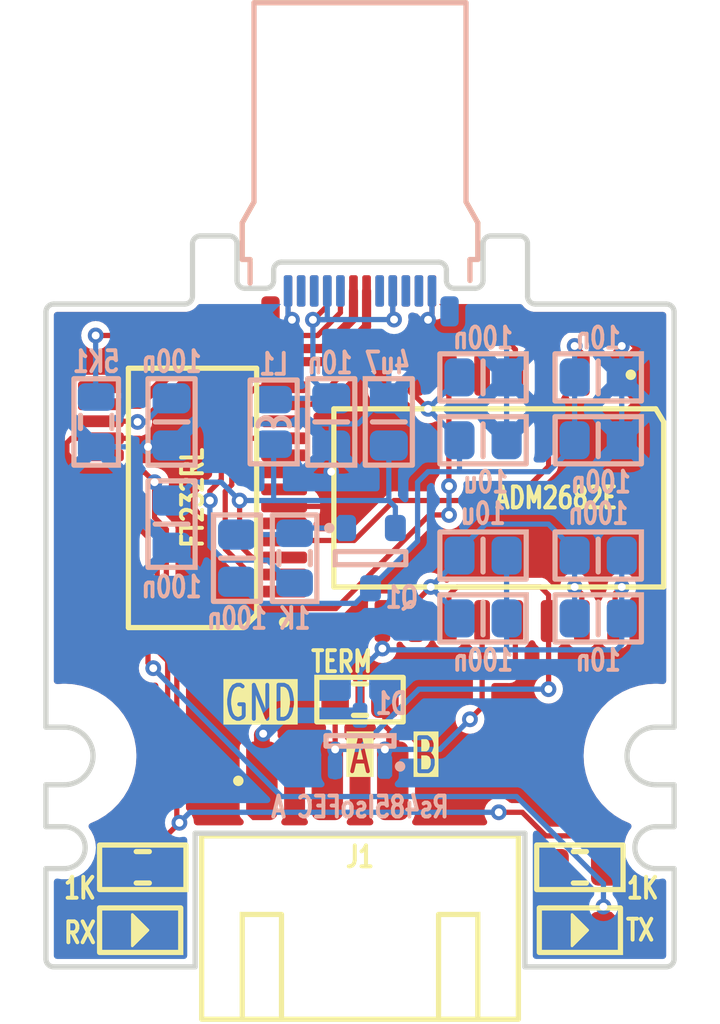
<source format=kicad_pcb>
(kicad_pcb (version 20221018) (generator pcbnew)
  (layers (0 "F.Cu" signal) (31 "B.Cu" jumper) (34 "B.Paste" user) (35 "F.Paste" user) (36 "B.SilkS" user "B.Silkscreen") (37 "F.SilkS" user "F.Silkscreen") (38 "B.Mask" user) (39 "F.Mask" user) (44 "Edge.Cuts" user))
  (net 0 "")
  (net 1 "A_CC")
  (net 2 "TXD")
  (net 3 "5V")
  (net 4 "RXD")
  (net 5 "USB_DP")
  (net 6 "USB_DM")
  (net 7 "GND")
  (net 8 "USB_Vin")
  (net 9 "3V3")
  (net 10 "LED_TXD")
  (net 11 "LED_TXD'")
  (net 12 "LED_RXD'")
  (net 13 "LED_RXD")
  (net 14 "5V_SW")
  (net 15 "PWREN#'")
  (net 16 "PWREN#")
  (net 17 "TXDEN")
  (net 18 "RTS_CTS")
  (net 19 "ISO_GND")
  (net 20 "ISO_V+")
  (net 21 "ISO_A")
  (net 22 "ISO_B")
  (footprint "Medo64:R (0805)" (layer "F.Cu") (at 40.4 44.1 180)
    (fp_text reference "R3" hide)
    (fp_text value "1K" (at -2.4 -0.8) (layer "F.SilkS") (effects (font (size 0.8 0.6))))
    (pad "1" smd roundrect (at -0.95 0 180) (size 1.05 1.4) (layers "F.Cu" "F.Paste" "F.Mask") (net 3 "5V"))
    (pad "2" smd roundrect (at 0.95 0 180) (size 1.05 1.4) (layers "F.Cu" "F.Paste" "F.Mask") (net 11 "LED_TXD'"))
  )
  (footprint "Medo64:P USB C 3.2 Edge (24w)" (layer "F.Cu") (at 32 22)
    (fp_text reference "P1" hide)
    (fp_text value "105444-0001" hide)
    (pad "A1" smd roundrect locked (at -2.75 0.1) (size 0.33 1.2) (layers "F.Cu" "F.Paste" "F.Mask") (chamfer_ratio 0.2) (chamfer top_left bottom_left) (net 7 "GND"))
    (pad "A2" smd roundrect locked (at -2.25 0.1) (size 0.33 1.2) (layers "F.Cu" "F.Paste" "F.Mask"))
    (pad "A3" smd roundrect locked (at -1.75 0.1) (size 0.33 1.2) (layers "F.Cu" "F.Paste" "F.Mask"))
    (pad "A4" smd roundrect locked (at -1.25 0.1) (size 0.33 1.2) (layers "F.Cu" "F.Paste" "F.Mask") (net 8 "USB_Vin"))
    (pad "A5" smd roundrect locked (at -0.75 0.1) (size 0.33 1.2) (layers "F.Cu" "F.Paste" "F.Mask") (net 1 "A_CC"))
    (pad "A6" smd roundrect locked (at -0.25 0.1) (size 0.33 1.2) (layers "F.Cu" "F.Paste" "F.Mask") (net 5 "USB_DP"))
    (pad "A7" smd roundrect locked (at 0.25 0.1) (size 0.33 1.2) (layers "F.Cu" "F.Paste" "F.Mask") (net 6 "USB_DM"))
    (pad "A8" smd roundrect locked (at 0.75 0.1) (size 0.33 1.2) (layers "F.Cu" "F.Paste" "F.Mask"))
    (pad "A9" smd roundrect locked (at 1.25 0.1) (size 0.33 1.2) (layers "F.Cu" "F.Paste" "F.Mask") (net 8 "USB_Vin"))
    (pad "A10" smd roundrect locked (at 1.75 0.1) (size 0.33 1.2) (layers "F.Cu" "F.Paste" "F.Mask"))
    (pad "A11" smd roundrect locked (at 2.25 0.1) (size 0.33 1.2) (layers "F.Cu" "F.Paste" "F.Mask"))
    (pad "A12" smd roundrect locked (at 2.75 0.1) (size 0.33 1.2) (layers "F.Cu" "F.Paste" "F.Mask") (net 7 "GND"))
    (pad "B01" smd roundrect locked (at 2.75 0.1) (size 0.33 1.2) (layers "B.Cu" "B.Paste" "B.Mask") (chamfer_ratio 0.2) (chamfer top_right bottom_right) (net 7 "GND"))
    (pad "B02" smd roundrect locked (at 2.25 0.1) (size 0.33 1.2) (layers "B.Cu" "B.Paste" "B.Mask"))
    (pad "B03" smd roundrect locked (at 1.75 0.1) (size 0.33 1.2) (layers "B.Cu" "B.Paste" "B.Mask"))
    (pad "B04" smd roundrect locked (at 1.25 0.1) (size 0.33 1.2) (layers "B.Cu" "B.Paste" "B.Mask") (net 8 "USB_Vin"))
    (pad "B05" smd roundrect locked (at 0.75 0.1) (size 0.33 1.2) (layers "B.Cu" "B.Paste" "B.Mask"))
    (pad "B08" smd roundrect locked (at -0.75 0.1) (size 0.33 1.2) (layers "B.Cu" "B.Paste" "B.Mask"))
    (pad "B09" smd roundrect locked (at -1.25 0.1) (size 0.33 1.2) (layers "B.Cu" "B.Paste" "B.Mask") (net 8 "USB_Vin"))
    (pad "B10" smd roundrect locked (at -1.75 0.1) (size 0.33 1.2) (layers "B.Cu" "B.Paste" "B.Mask"))
    (pad "B11" smd roundrect locked (at -2.25 0.1) (size 0.33 1.2) (layers "B.Cu" "B.Paste" "B.Mask"))
    (pad "B12" smd roundrect locked (at -2.75 0.1) (size 0.33 1.2) (layers "B.Cu" "B.Paste" "B.Mask") (net 7 "GND"))
    (pad "S" smd roundrect locked (at -3.42 0.88) (size 0.7 1.15) (layers "F.Cu" "F.Paste" "F.Mask"))
    (pad "S" smd roundrect locked (at 3.42 0.88) (size 0.7 1.15) (layers "B.Cu" "B.Paste" "B.Mask"))
  )
  (footprint "Medo64:DS (0805)" (layer "F.Cu") (at 40.4 46.5 180)
    (fp_text reference "DS2" hide)
    (fp_text value "TX" (at -2.3 0) (layer "F.SilkS") (effects (font (size 0.8 0.6) (thickness 0.15) bold)))
    (pad "1" smd roundrect (at -0.9 0 180) (size 1 1.4) (layers "F.Cu" "F.Paste" "F.Mask") (chamfer_ratio 0.2) (chamfer top_left bottom_left) (net 10 "LED_TXD"))
    (pad "2" smd roundrect (at 0.9 0 180) (size 1 1.4) (layers "F.Cu" "F.Paste" "F.Mask") (net 11 "LED_TXD'"))
  )
  (footprint "Medo64:J JST XH Edge [RS485] (4w)" (layer "F.Cu") (at 32 40.8)
    (fp_text reference "J1" (at 0 2.9) (layer "F.SilkS") (effects (font (size 0.8 0.6) (thickness 0.15) bold)))
    (fp_text value "B4B-XH-A")
    (pad "1" smd roundrect (at -3.75 0) (size 1.2 3) (layers "F.Cu" "F.Paste" "F.Mask") (chamfer_ratio 0.2) (chamfer top_left bottom_left) (net 19 "ISO_GND"))
    (pad "2" smd roundrect (at -1.25 0) (size 1.2 3) (layers "F.Cu" "F.Paste" "F.Mask") (net 21 "ISO_A"))
    (pad "3" smd roundrect (at 1.25 0) (size 1.2 3) (layers "F.Cu" "F.Paste" "F.Mask") (net 22 "ISO_B"))
  )
  (footprint "Medo64:U Transciever UART FT232RL (SSOP-28)" (layer "F.Cu") (at 25.6 30 180)
    (fp_text reference "U1" hide)
    (fp_text value "FT232RL" (at 0 0 90) (layer "F.SilkS") (effects (font (size 0.8 0.6))))
    (pad "1" smd roundrect (at -3.5 -4.225 180) (size 1.75 0.45) (layers "F.Cu" "F.Paste" "F.Mask") (chamfer_ratio 0.2) (chamfer top_left top_right) (net 2 "TXD"))
    (pad "2" smd roundrect (at -3.5 -3.575 180) (size 1.75 0.45) (layers "F.Cu" "F.Paste" "F.Mask"))
    (pad "3" smd roundrect (at -3.5 -2.925 180) (size 1.75 0.45) (layers "F.Cu" "F.Paste" "F.Mask") (net 18 "RTS_CTS"))
    (pad "4" smd roundrect (at -3.5 -2.275 180) (size 1.75 0.45) (layers "F.Cu" "F.Paste" "F.Mask") (net 3 "5V"))
    (pad "5" smd roundrect (at -3.5 -1.625 180) (size 1.75 0.45) (layers "F.Cu" "F.Paste" "F.Mask") (net 4 "RXD"))
    (pad "6" smd roundrect (at -3.5 -0.975 180) (size 1.75 0.45) (layers "F.Cu" "F.Paste" "F.Mask"))
    (pad "7" smd roundrect (at -3.5 -0.325 180) (size 1.75 0.45) (layers "F.Cu" "F.Paste" "F.Mask") (net 7 "GND"))
    (pad "8" smd roundrect (at -3.5 0.325 180) (size 1.75 0.45) (layers "F.Cu" "F.Paste" "F.Mask"))
    (pad "9" smd roundrect (at -3.5 0.975 180) (size 1.75 0.45) (layers "F.Cu" "F.Paste" "F.Mask"))
    (pad "10" smd roundrect (at -3.5 1.625 180) (size 1.75 0.45) (layers "F.Cu" "F.Paste" "F.Mask"))
    (pad "11" smd roundrect (at -3.5 2.275 180) (size 1.75 0.45) (layers "F.Cu" "F.Paste" "F.Mask") (net 18 "RTS_CTS"))
    (pad "12" smd roundrect (at -3.5 2.925 180) (size 1.75 0.45) (layers "F.Cu" "F.Paste" "F.Mask"))
    (pad "13" smd roundrect (at -3.5 3.575 180) (size 1.75 0.45) (layers "F.Cu" "F.Paste" "F.Mask") (net 17 "TXDEN"))
    (pad "14" smd roundrect (at -3.5 4.225 180) (size 1.75 0.45) (layers "F.Cu" "F.Paste" "F.Mask") (net 16 "PWREN#"))
    (pad "15" smd roundrect (at 3.5 4.225 180) (size 1.75 0.45) (layers "F.Cu" "F.Paste" "F.Mask") (net 5 "USB_DP"))
    (pad "16" smd roundrect (at 3.5 3.575 180) (size 1.75 0.45) (layers "F.Cu" "F.Paste" "F.Mask") (net 6 "USB_DM"))
    (pad "17" smd roundrect (at 3.5 2.925 180) (size 1.75 0.45) (layers "F.Cu" "F.Paste" "F.Mask") (net 9 "3V3"))
    (pad "18" smd roundrect (at 3.5 2.275 180) (size 1.75 0.45) (layers "F.Cu" "F.Paste" "F.Mask") (net 7 "GND"))
    (pad "19" smd roundrect (at 3.5 1.625 180) (size 1.75 0.45) (layers "F.Cu" "F.Paste" "F.Mask"))
    (pad "20" smd roundrect (at 3.5 0.975 180) (size 1.75 0.45) (layers "F.Cu" "F.Paste" "F.Mask") (net 3 "5V"))
    (pad "21" smd roundrect (at 3.5 0.325 180) (size 1.75 0.45) (layers "F.Cu" "F.Paste" "F.Mask") (net 7 "GND"))
    (pad "22" smd roundrect (at 3.5 -0.325 180) (size 1.75 0.45) (layers "F.Cu" "F.Paste" "F.Mask") (net 13 "LED_RXD"))
    (pad "23" smd roundrect (at 3.5 -0.975 180) (size 1.75 0.45) (layers "F.Cu" "F.Paste" "F.Mask") (net 10 "LED_TXD"))
    (pad "24" smd roundrect (at 3.5 -1.625 180) (size 1.75 0.45) (layers "F.Cu" "F.Paste" "F.Mask"))
    (pad "25" smd roundrect (at 3.5 -2.275 180) (size 1.75 0.45) (layers "F.Cu" "F.Paste" "F.Mask") (net 7 "GND"))
    (pad "26" smd roundrect (at 3.5 -2.925 180) (size 1.75 0.45) (layers "F.Cu" "F.Paste" "F.Mask") (net 7 "GND"))
    (pad "27" smd roundrect (at 3.5 -3.575 180) (size 1.75 0.45) (layers "F.Cu" "F.Paste" "F.Mask"))
    (pad "28" smd roundrect (at 3.5 -4.225 180) (size 1.75 0.45) (layers "F.Cu" "F.Paste" "F.Mask"))
  )
  (footprint "Medo64:R (0805)" (layer "F.Cu") (at 32 37.7)
    (fp_text reference "R1" hide)
    (fp_text value "TERM" (at -0.7 -1.45) (layer "F.SilkS") (effects (font (size 0.8 0.6))))
    (pad "1" smd roundrect (at -0.95 0) (size 1.05 1.4) (layers "F.Cu" "F.Paste" "F.Mask") (net 21 "ISO_A"))
    (pad "2" smd roundrect (at 0.95 0) (size 1.05 1.4) (layers "F.Cu" "F.Paste" "F.Mask") (net 22 "ISO_B"))
  )
  (footprint "Medo64:U Transciever RS485 Isolated ADM2682E (SOIC-16)" (layer "F.Cu") (at 37.3 30 -90)
    (fp_text reference "U2" hide)
    (fp_text value "ADM2682E" (at 0 -2.2) (layer "F.SilkS") (effects (font (size 0.8 0.6))))
    (pad "1" smd roundrect (at -4.7 -4.445 270) (size 1.6 0.6) (layers "F.Cu" "F.Paste" "F.Mask") (chamfer_ratio 0.2) (chamfer top_left top_right) (net 7 "GND"))
    (pad "2" smd roundrect (at -4.7 -3.175 270) (size 1.6 0.6) (layers "F.Cu" "F.Paste" "F.Mask") (net 14 "5V_SW"))
    (pad "3" smd roundrect (at -4.7 -1.905 270) (size 1.6 0.6) (layers "F.Cu" "F.Paste" "F.Mask") (net 4 "RXD"))
    (pad "4" smd roundrect (at -4.7 -0.635 270) (size 1.6 0.6) (layers "F.Cu" "F.Paste" "F.Mask") (net 17 "TXDEN"))
    (pad "5" smd roundrect (at -4.7 0.635 270) (size 1.6 0.6) (layers "F.Cu" "F.Paste" "F.Mask") (net 17 "TXDEN"))
    (pad "6" smd roundrect (at -4.7 1.905 270) (size 1.6 0.6) (layers "F.Cu" "F.Paste" "F.Mask") (net 2 "TXD"))
    (pad "7" smd roundrect (at -4.7 3.175 270) (size 1.6 0.6) (layers "F.Cu" "F.Paste" "F.Mask") (net 14 "5V_SW"))
    (pad "8" smd roundrect (at -4.7 4.445 270) (size 1.6 0.6) (layers "F.Cu" "F.Paste" "F.Mask"))
    (pad "9" smd roundrect (at 4.7 4.445 270) (size 1.6 0.6) (layers "F.Cu" "F.Paste" "F.Mask") (net 19 "ISO_GND"))
    (pad "10" smd roundrect (at 4.7 3.175 270) (size 1.6 0.6) (layers "F.Cu" "F.Paste" "F.Mask") (net 20 "ISO_V+"))
    (pad "11" smd roundrect (at 4.7 1.905 270) (size 1.6 0.6) (layers "F.Cu" "F.Paste" "F.Mask") (net 21 "ISO_A"))
    (pad "12" smd roundrect (at 4.7 0.635 270) (size 1.6 0.6) (layers "F.Cu" "F.Paste" "F.Mask") (net 22 "ISO_B"))
    (pad "13" smd roundrect (at 4.7 -0.635 270) (size 1.6 0.6) (layers "F.Cu" "F.Paste" "F.Mask") (net 22 "ISO_B"))
    (pad "14" smd roundrect (at 4.7 -1.905 270) (size 1.6 0.6) (layers "F.Cu" "F.Paste" "F.Mask") (net 21 "ISO_A"))
    (pad "15" smd roundrect (at 4.7 -3.175 270) (size 1.6 0.6) (layers "F.Cu" "F.Paste" "F.Mask") (net 20 "ISO_V+"))
    (pad "16" smd roundrect (at 4.7 -4.445 270) (size 1.6 0.6) (layers "F.Cu" "F.Paste" "F.Mask") (net 19 "ISO_GND"))
  )
  (footprint "Medo64:DS (0805)" (layer "F.Cu") (at 23.6 46.5 180)
    (fp_text reference "DS1" hide)
    (fp_text value "RX" (at 2.3 -0.1) (layer "F.SilkS") (effects (font (size 0.8 0.6) (thickness 0.15) bold)))
    (pad "1" smd roundrect (at -0.9 0 180) (size 1 1.4) (layers "F.Cu" "F.Paste" "F.Mask") (chamfer_ratio 0.2) (chamfer top_left bottom_left) (net 13 "LED_RXD"))
    (pad "2" smd roundrect (at 0.9 0 180) (size 1 1.4) (layers "F.Cu" "F.Paste" "F.Mask") (net 12 "LED_RXD'"))
  )
  (footprint "Medo64:R (0805)" (layer "F.Cu") (at 23.7 44.1 180)
    (fp_text reference "R2" hide)
    (fp_text value "1K" (at 2.4 -0.8) (layer "F.SilkS") (effects (font (size 0.8 0.6))))
    (pad "1" smd roundrect (at -0.95 0 180) (size 1.05 1.4) (layers "F.Cu" "F.Paste" "F.Mask") (net 3 "5V"))
    (pad "2" smd roundrect (at 0.95 0 180) (size 1.05 1.4) (layers "F.Cu" "F.Paste" "F.Mask") (net 12 "LED_RXD'"))
  )
  (footprint "Medo64:C (0805)" (layer "B.Cu") (at 36.7 27.8 180)
    (fp_text reference "C12" hide)
    (fp_text value "10u" (at -0.1 -1.6 180) (layer "B.SilkS") (effects (font (size 0.8 0.6) (thickness 0.15) bold) (justify mirror)))
    (pad "1" smd roundrect (at -0.9 0 180) (size 1.15 1.45) (layers "B.Cu" "B.Paste" "B.Mask") (net 7 "GND"))
    (pad "2" smd roundrect (at 0.9 0 180) (size 1.15 1.45) (layers "B.Cu" "B.Paste" "B.Mask") (net 14 "5V_SW"))
  )
  (footprint "Medo64:L (0805)" (layer "B.Cu") (at 28.7 27.1 90)
    (fp_text reference "L1" (at 2.2 0) (layer "B.SilkS") (effects (font (size 0.8 0.6)) (justify mirror)))
    (fp_text value "600R" hide)
    (pad "1" smd roundrect (at -0.85 0 90) (size 1.05 1.4) (layers "B.Cu" "B.Paste" "B.Mask") (net 3 "5V"))
    (pad "2" smd roundrect (at 0.85 0 90) (size 1.05 1.4) (layers "B.Cu" "B.Paste" "B.Mask") (net 8 "USB_Vin"))
  )
  (footprint "Medo64:C (0805)" (layer "B.Cu") (at 41.1 27.8 180)
    (fp_text reference "C7" hide)
    (fp_text value "100n" (at -0.1 -1.6 180) (layer "B.SilkS") (effects (font (size 0.8 0.6) (thickness 0.15) bold) (justify mirror)))
    (pad "1" smd roundrect (at -0.9 0 180) (size 1.15 1.45) (layers "B.Cu" "B.Paste" "B.Mask") (net 7 "GND"))
    (pad "2" smd roundrect (at 0.9 0 180) (size 1.15 1.45) (layers "B.Cu" "B.Paste" "B.Mask") (net 14 "5V_SW"))
  )
  (footprint "Medo64:C (0805)" (layer "B.Cu") (at 41.1 25.4 180)
    (fp_text reference "C2" hide)
    (fp_text value "10n" (at 0 1.5 180) (layer "B.SilkS") (effects (font (size 0.8 0.6) (thickness 0.15) bold) (justify mirror)))
    (pad "1" smd roundrect (at -0.9 0 180) (size 1.15 1.45) (layers "B.Cu" "B.Paste" "B.Mask") (net 7 "GND"))
    (pad "2" smd roundrect (at 0.9 0 180) (size 1.15 1.45) (layers "B.Cu" "B.Paste" "B.Mask") (net 14 "5V_SW"))
  )
  (footprint "Medo64:C (0805)" (layer "B.Cu") (at 36.7 32.2 180)
    (fp_text reference "C13" hide)
    (fp_text value "10u" (at 0 1.6 180) (layer "B.SilkS") (effects (font (size 0.8 0.6) (thickness 0.15) bold) (justify mirror)))
    (pad "1" smd roundrect (at -0.9 0 180) (size 1.15 1.45) (layers "B.Cu" "B.Paste" "B.Mask") (net 19 "ISO_GND"))
    (pad "2" smd roundrect (at 0.9 0 180) (size 1.15 1.45) (layers "B.Cu" "B.Paste" "B.Mask") (net 20 "ISO_V+"))
  )
  (footprint "Medo64:D TVS SM05T1G (SOT23-3)" (layer "B.Cu") (at 32 39.275 180)
    (fp_text reference "D1" (at -1.2 1.425) (layer "B.SilkS") (effects (font (size 0.8 0.6)) (justify mirror)))
    (fp_text value "SM12T1G" hide)
    (pad "1" smd roundrect (at -0.95 -0.975 180) (size 0.56 0.95) (layers "B.Cu" "B.Paste" "B.Mask") (chamfer_ratio 0.2) (chamfer top_left bottom_left) (net 22 "ISO_B"))
    (pad "2" smd roundrect (at 0.95 -0.975 180) (size 0.56 0.95) (layers "B.Cu" "B.Paste" "B.Mask") (net 21 "ISO_A"))
    (pad "3" smd roundrect (at 0 0.975 180) (size 0.56 0.95) (layers "B.Cu" "B.Paste" "B.Mask") (net 19 "ISO_GND"))
  )
  (footprint "Medo64:C (0805)" (layer "B.Cu") (at 30.9 27.1 90)
    (fp_text reference "C1" hide)
    (fp_text value "10n" (at 2.25 -0.05) (layer "B.SilkS") (effects (font (size 0.8 0.6) (thickness 0.15) bold) (justify mirror)))
    (pad "1" smd roundrect (at -0.9 0 90) (size 1.15 1.45) (layers "B.Cu" "B.Paste" "B.Mask") (net 7 "GND"))
    (pad "2" smd roundrect (at 0.9 0 90) (size 1.15 1.45) (layers "B.Cu" "B.Paste" "B.Mask") (net 8 "USB_Vin"))
  )
  (footprint "Medo64:R (0805)" (layer "B.Cu") (at 29.5 32.3 90)
    (fp_text reference "R4" hide)
    (fp_text value "1K" (at -2.3 0) (layer "B.SilkS") (effects (font (size 0.8 0.6)) (justify mirror)))
    (pad "1" smd roundrect (at -0.95 0 90) (size 1.05 1.4) (layers "B.Cu" "B.Paste" "B.Mask") (net 16 "PWREN#"))
    (pad "2" smd roundrect (at 0.95 0 90) (size 1.05 1.4) (layers "B.Cu" "B.Paste" "B.Mask") (net 15 "PWREN#'"))
  )
  (footprint "Medo64:C (0805)" (layer "B.Cu") (at 24.8 27.1 90)
    (fp_text reference "C5" hide)
    (fp_text value "100n" (at 2.3 0) (layer "B.SilkS") (effects (font (size 0.8 0.6) (thickness 0.15) bold) (justify mirror)))
    (pad "1" smd roundrect (at -0.9 0 90) (size 1.15 1.45) (layers "B.Cu" "B.Paste" "B.Mask") (net 7 "GND"))
    (pad "2" smd roundrect (at 0.9 0 90) (size 1.15 1.45) (layers "B.Cu" "B.Paste" "B.Mask") (net 9 "3V3"))
  )
  (footprint "Medo64:C (0805)" (layer "B.Cu") (at 24.8 31 90)
    (fp_text reference "C4" hide)
    (fp_text value "100n" (at -2.4 0 180) (layer "B.SilkS") (effects (font (size 0.8 0.6) (thickness 0.15) bold) (justify mirror)))
    (pad "1" smd roundrect (at -0.9 0 90) (size 1.15 1.45) (layers "B.Cu" "B.Paste" "B.Mask") (net 7 "GND"))
    (pad "2" smd roundrect (at 0.9 0 90) (size 1.15 1.45) (layers "B.Cu" "B.Paste" "B.Mask") (net 3 "5V"))
  )
  (footprint "Medo64:C (0805)" (layer "B.Cu") (at 36.7 25.4 180)
    (fp_text reference "C9" hide)
    (fp_text value "100n" (at 0 1.5 180) (layer "B.SilkS") (effects (font (size 0.8 0.6) (thickness 0.15) bold) (justify mirror)))
    (pad "1" smd roundrect (at -0.9 0 180) (size 1.15 1.45) (layers "B.Cu" "B.Paste" "B.Mask") (net 7 "GND"))
    (pad "2" smd roundrect (at 0.9 0 180) (size 1.15 1.45) (layers "B.Cu" "B.Paste" "B.Mask") (net 14 "5V_SW"))
  )
  (footprint "Medo64:R (0805)" (layer "B.Cu") (at 21.92 27.1 90)
    (fp_text reference "R5" hide)
    (fp_text value "5K1" (at 2.3 0) (layer "B.SilkS") (effects (font (size 0.8 0.6)) (justify mirror)))
    (pad "1" smd roundrect (at -0.95 0 90) (size 1.05 1.4) (layers "B.Cu" "B.Paste" "B.Mask") (net 7 "GND"))
    (pad "2" smd roundrect (at 0.95 0 90) (size 1.05 1.4) (layers "B.Cu" "B.Paste" "B.Mask") (net 1 "A_CC"))
  )
  (footprint "Medo64:Q MOSFET-P (SOT23-3)" (layer "B.Cu") (at 32.4 32.3)
    (fp_text reference "Q1" (at 1.2 1.5) (layer "B.SilkS") (effects (font (size 0.8 0.6)) (justify mirror)))
    (fp_text value "DMP3099L-13" hide)
    (pad "1" smd roundrect (at -0.95 -1.15) (size 0.8 1) (layers "B.Cu" "B.Paste" "B.Mask") (chamfer_ratio 0.2) (chamfer top_left bottom_left) (net 15 "PWREN#'"))
    (pad "2" smd roundrect (at 0.95 -1.15) (size 0.8 1) (layers "B.Cu" "B.Paste" "B.Mask") (net 3 "5V"))
    (pad "3" smd roundrect (at 0 1.15) (size 0.8 1) (layers "B.Cu" "B.Paste" "B.Mask") (net 14 "5V_SW"))
  )
  (footprint "Medo64:C (0805)" (layer "B.Cu") (at 41.1 34.6 180)
    (fp_text reference "C3" hide)
    (fp_text value "10n" (at 0 -1.6 180) (layer "B.SilkS") (effects (font (size 0.8 0.6) (thickness 0.15) bold) (justify mirror)))
    (pad "1" smd roundrect (at -0.9 0 180) (size 1.15 1.45) (layers "B.Cu" "B.Paste" "B.Mask") (net 19 "ISO_GND"))
    (pad "2" smd roundrect (at 0.9 0 180) (size 1.15 1.45) (layers "B.Cu" "B.Paste" "B.Mask") (net 20 "ISO_V+"))
  )
  (footprint "Medo64:C (0805)" (layer "B.Cu") (at 36.7 34.6 180)
    (fp_text reference "C10" hide)
    (fp_text value "100n" (at 0 -1.6 180) (layer "B.SilkS") (effects (font (size 0.8 0.6) (thickness 0.15) bold) (justify mirror)))
    (pad "1" smd roundrect (at -0.9 0 180) (size 1.15 1.45) (layers "B.Cu" "B.Paste" "B.Mask") (net 19 "ISO_GND"))
    (pad "2" smd roundrect (at 0.9 0 180) (size 1.15 1.45) (layers "B.Cu" "B.Paste" "B.Mask") (net 20 "ISO_V+"))
  )
  (footprint "Medo64:C (0805)" (layer "B.Cu") (at 33.1 27.1 -90)
    (fp_text reference "C11" hide)
    (fp_text value "4u7" (at -2.25 0.05) (layer "B.SilkS") (effects (font (size 0.8 0.6) (thickness 0.15) bold) (justify mirror)))
    (pad "1" smd roundrect (at -0.9 0 270) (size 1.15 1.45) (layers "B.Cu" "B.Paste" "B.Mask") (net 7 "GND"))
    (pad "2" smd roundrect (at 0.9 0 270) (size 1.15 1.45) (layers "B.Cu" "B.Paste" "B.Mask") (net 3 "5V"))
  )
  (footprint "Medo64:C (0805)" (layer "B.Cu") (at 41.1 32.2 180)
    (fp_text reference "C8" hide)
    (fp_text value "100n" (at 0 1.6 180) (layer "B.SilkS") (effects (font (size 0.8 0.6) (thickness 0.15) bold) (justify mirror)))
    (pad "1" smd roundrect (at -0.9 0 180) (size 1.15 1.45) (layers "B.Cu" "B.Paste" "B.Mask") (net 19 "ISO_GND"))
    (pad "2" smd roundrect (at 0.9 0 180) (size 1.15 1.45) (layers "B.Cu" "B.Paste" "B.Mask") (net 20 "ISO_V+"))
  )
  (footprint "Medo64:C (0805)" (layer "B.Cu") (at 27.3 32.3 -90)
    (fp_text reference "C6" hide)
    (fp_text value "100n" (at 2.3 0) (layer "B.SilkS") (effects (font (size 0.8 0.6) (thickness 0.15) bold) (justify mirror)))
    (pad "1" smd roundrect (at -0.9 0 270) (size 1.15 1.45) (layers "B.Cu" "B.Paste" "B.Mask") (net 15 "PWREN#'"))
    (pad "2" smd roundrect (at 0.9 0 270) (size 1.15 1.45) (layers "B.Cu" "B.Paste" "B.Mask") (net 14 "5V_SW"))
  )
  (gr_line locked (start 38.4 20.3) (end 38.4 22.3) (stroke (width 0.2)) (layer "Edge.Cuts"))
  (gr_arc locked (start 25.6 22.3) (mid 25.512132 22.512132) (end 25.3 22.6) (stroke (width 0.2)) (layer "Edge.Cuts"))
  (gr_arc locked (start 43.3 40.95) (mid 42.2 39.85) (end 43.3 38.75) (stroke (width 0.2)) (layer "Edge.Cuts"))
  (gr_line locked (start 38.3 47.9) (end 43.7 47.9) (stroke (width 0.2)) (layer "Edge.Cuts"))
  (gr_line locked (start 20.7 40.95) (end 20 40.95) (stroke (width 0.2)) (layer "Edge.Cuts"))
  (gr_line locked (start 43.3 40.95) (end 44 40.95) (stroke (width 0.2)) (layer "Edge.Cuts"))
  (gr_line locked (start 44 44.15) (end 43.3 44.15) (stroke (width 0.2)) (layer "Edge.Cuts"))
  (gr_arc locked (start 35 21) (mid 35.212132 21.087868) (end 35.3 21.3) (stroke (width 0.2)) (layer "Edge.Cuts"))
  (gr_arc locked (start 28.7 21.3) (mid 28.787868 21.087868) (end 29 21) (stroke (width 0.2)) (layer "Edge.Cuts"))
  (gr_line locked (start 38.1 20) (end 37 20) (stroke (width 0.2)) (layer "Edge.Cuts"))
  (gr_arc locked (start 28.7 21.7) (mid 28.612132 21.912132) (end 28.4 22) (stroke (width 0.2)) (layer "Edge.Cuts"))
  (gr_arc locked (start 27 20) (mid 27.212132 20.087868) (end 27.3 20.3) (stroke (width 0.2)) (layer "Edge.Cuts"))
  (gr_arc locked (start 43.7 22.6) (mid 43.912132 22.687868) (end 44 22.9) (stroke (width 0.2)) (layer "Edge.Cuts"))
  (gr_line locked (start 20 44.15) (end 20 47.6) (stroke (width 0.2)) (layer "Edge.Cuts"))
  (gr_line locked (start 20 38.75) (end 20.7 38.75) (stroke (width 0.2)) (layer "Edge.Cuts"))
  (gr_line locked (start 44 42.55) (end 43.3 42.55) (stroke (width 0.2)) (layer "Edge.Cuts"))
  (gr_arc locked (start 38.7 22.6) (mid 38.487868 22.512132) (end 38.4 22.3) (stroke (width 0.2)) (layer "Edge.Cuts"))
  (gr_line locked (start 44 42.55) (end 44 40.95) (stroke (width 0.2)) (layer "Edge.Cuts"))
  (gr_line locked (start 28.4 22) (end 27.6 22) (stroke (width 0.2)) (layer "Edge.Cuts"))
  (gr_line locked (start 43.7 22.6) (end 38.7 22.6) (stroke (width 0.2)) (layer "Edge.Cuts"))
  (gr_line locked (start 20.3 22.6) (end 25.3 22.6) (stroke (width 0.2)) (layer "Edge.Cuts"))
  (gr_arc locked (start 38.1 20) (mid 38.312132 20.087868) (end 38.4 20.3) (stroke (width 0.2)) (layer "Edge.Cuts"))
  (gr_arc locked (start 35.6 22) (mid 35.387868 21.912132) (end 35.3 21.7) (stroke (width 0.2)) (layer "Edge.Cuts"))
  (gr_line locked (start 35.3 21.7) (end 35.3 21.3) (stroke (width 0.2)) (layer "Edge.Cuts"))
  (gr_line locked (start 27.3 20.3) (end 27.3 21.7) (stroke (width 0.2)) (layer "Edge.Cuts"))
  (gr_arc locked (start 20 22.9) (mid 20.087868 22.687868) (end 20.3 22.6) (stroke (width 0.2)) (layer "Edge.Cuts"))
  (gr_arc locked (start 36.7 20.3) (mid 36.787868 20.087868) (end 37 20) (stroke (width 0.2)) (layer "Edge.Cuts"))
  (gr_arc locked (start 20.7 42.55) (mid 21.5 43.35) (end 20.7 44.15) (stroke (width 0.2)) (layer "Edge.Cuts"))
  (gr_arc locked (start 27.6 22) (mid 27.387868 21.912132) (end 27.3 21.7) (stroke (width 0.2)) (layer "Edge.Cuts"))
  (gr_line locked (start 36.7 20.3) (end 36.7 21.7) (stroke (width 0.2)) (layer "Edge.Cuts"))
  (gr_arc locked (start 44 47.6) (mid 43.912132 47.812132) (end 43.7 47.9) (stroke (width 0.2)) (layer "Edge.Cuts"))
  (gr_line locked (start 36.4 22) (end 35.6 22) (stroke (width 0.2)) (layer "Edge.Cuts"))
  (gr_line locked (start 44 22.9) (end 44 38.75) (stroke (width 0.2)) (layer "Edge.Cuts"))
  (gr_line locked (start 43.3 38.75) (end 44 38.75) (stroke (width 0.2)) (layer "Edge.Cuts"))
  (gr_line locked (start 28.7 21.7) (end 28.7 21.3) (stroke (width 0.2)) (layer "Edge.Cuts"))
  (gr_arc locked (start 20.7 38.75) (mid 21.8 39.85) (end 20.7 40.95) (stroke (width 0.2)) (layer "Edge.Cuts"))
  (gr_arc locked (start 43.3 44.15) (mid 42.5 43.35) (end 43.3 42.55) (stroke (width 0.2)) (layer "Edge.Cuts"))
  (gr_line locked (start 25.9 20) (end 27 20) (stroke (width 0.2)) (layer "Edge.Cuts"))
  (gr_line locked (start 25.6 20.3) (end 25.6 22.3) (stroke (width 0.2)) (layer "Edge.Cuts"))
  (gr_line locked (start 44 44.15) (end 44 47.6) (stroke (width 0.2)) (layer "Edge.Cuts"))
  (gr_line locked (start 20 22.9) (end 20 38.75) (stroke (width 0.2)) (layer "Edge.Cuts"))
  (gr_line locked (start 20.7 44.15) (end 20 44.15) (stroke (width 0.2)) (layer "Edge.Cuts"))
  (gr_line locked (start 38.3 42.8) (end 25.7 42.8) (stroke (width 0.2)) (layer "Edge.Cuts"))
  (gr_arc locked (start 25.6 20.3) (mid 25.687868 20.087868) (end 25.9 20) (stroke (width 0.2)) (layer "Edge.Cuts"))
  (gr_arc locked (start 36.7 21.7) (mid 36.612132 21.912132) (end 36.4 22) (stroke (width 0.2)) (layer "Edge.Cuts"))
  (gr_line locked (start 29 21) (end 35 21) (stroke (width 0.2)) (layer "Edge.Cuts"))
  (gr_line locked (start 25.7 47.9) (end 25.7 42.8) (stroke (width 0.2)) (layer "Edge.Cuts"))
  (gr_line locked (start 20.7 42.55) (end 20 42.55) (stroke (width 0.2)) (layer "Edge.Cuts"))
  (gr_line locked (start 20 42.55) (end 20 40.95) (stroke (width 0.2)) (layer "Edge.Cuts"))
  (gr_line locked (start 20.3 47.9) (end 25.7 47.9) (stroke (width 0.2)) (layer "Edge.Cuts"))
  (gr_line locked (start 38.3 47.9) (end 38.3 42.8) (stroke (width 0.2)) (layer "Edge.Cuts"))
  (gr_arc locked (start 20.3 47.9) (mid 20.087868 47.812132) (end 20 47.6) (stroke (width 0.2)) (layer "Edge.Cuts"))
  (gr_text "Rs485IsoFEC A" (at 32 41.8) (layer "B.SilkS") (effects (font (size 0.8 0.6) (thickness 0.15) bold) (justify mirror)))
  (gr_text "GND" (at 28.2 38.6) (layer "F.SilkS" knockout) (effects (font (size 1.3 0.9) (thickness 0.15) bold) (justify bottom)))
  (gr_text "B" (at 34.5 40.6) (layer "F.SilkS" knockout) (effects (font (size 1.3 0.9) (thickness 0.15) bold) (justify bottom)))
  (gr_text "A" (at 32 40.6) (layer "F.SilkS" knockout) (effects (font (size 1.3 0.9) (thickness 0.15) bold) (justify bottom)))
  (segment (start 31.25 22.927808) (end 30.377808 23.8) (width 0.2) (layer "F.Cu") (net 1))
  (segment (start 31.25 22.1) (end 31.25 22.927808) (width 0.2) (layer "F.Cu") (net 1))
  (segment (start 30.377808 23.8) (end 21.9 23.8) (width 0.2) (layer "F.Cu") (net 1))
  (via (at 21.9 23.8) (size 0.6) (drill 0.3) (layers "F.Cu" "B.Cu") (net 1))
  (segment (start 21.9 23.8) (end 21.9 26.13) (width 0.2) (layer "B.Cu") (net 1))
  (segment (start 29.1 34.225) (end 31.075 34.225) (width 0.2) (layer "F.Cu") (net 2))
  (segment (start 31.075 34.225) (end 34.65 30.65) (width 0.2) (layer "F.Cu") (net 2))
  (segment (start 35.395 29.545) (end 35.4 29.55) (width 0.2) (layer "F.Cu") (net 2))
  (segment (start 34.65 30.65) (end 35.4 30.65) (width 0.2) (layer "F.Cu") (net 2))
  (segment (start 35.395 25.3) (end 35.395 29.545) (width 0.2) (layer "F.Cu") (net 2))
  (via (at 35.4 29.55) (size 0.6) (drill 0.3) (layers "F.Cu" "B.Cu") (net 2))
  (via (at 35.4 30.65) (size 0.6) (drill 0.3) (layers "F.Cu" "B.Cu") (net 2))
  (segment (start 35.4 29.55) (end 35.4 30.65) (width 0.2) (layer "B.Cu") (net 2))
  (segment (start 27.875 32.275) (end 27.4 31.8) (width 0.2) (layer "F.Cu") (net 3))
  (segment (start 29.1 32.275) (end 27.875 32.275) (width 0.2) (layer "F.Cu") (net 3))
  (segment (start 39.1 42.9) (end 38.2 42) (width 0.2) (layer "F.Cu") (net 3))
  (segment (start 40.4 42.9) (end 39.1 42.9) (width 0.2) (layer "F.Cu") (net 3))
  (segment (start 24.65 42.849294) (end 24.65 44.1) (width 0.2) (layer "F.Cu") (net 3))
  (segment (start 23.775 29.025) (end 24.15 29.4) (width 0.2) (layer "F.Cu") (net 3))
  (segment (start 25 36) (end 25 42.3) (width 0.2) (layer "F.Cu") (net 3))
  (segment (start 24.6 31.2) (end 24.6 35.6) (width 0.2) (layer "F.Cu") (net 3))
  (segment (start 25 42.3) (end 25.099647 42.399647) (width 0.2) (layer "F.Cu") (net 3))
  (segment (start 27.4 31.8) (end 27.4 30.1) (width 0.2) (layer "F.Cu") (net 3))
  (segment (start 24.6 35.6) (end 25 36) (width 0.2) (layer "F.Cu") (net 3))
  (segment (start 25.099647 42.399647) (end 24.65 42.849294) (width 0.2) (layer "F.Cu") (net 3))
  (segment (start 24.15 29.4) (end 24.15 30.75) (width 0.2) (layer "F.Cu") (net 3))
  (segment (start 41.35 43.85) (end 40.4 42.9) (width 0.2) (layer "F.Cu") (net 3))
  (segment (start 38.2 42) (end 37.3 42) (width 0.2) (layer "F.Cu") (net 3))
  (segment (start 22.1 29.025) (end 23.775 29.025) (width 0.2) (layer "F.Cu") (net 3))
  (segment (start 24.15 30.75) (end 24.6 31.2) (width 0.2) (layer "F.Cu") (net 3))
  (via (at 37.3 42) (size 0.6) (drill 0.3) (layers "F.Cu" "B.Cu") (net 3))
  (via (at 27.4 30.1) (size 0.6) (drill 0.3) (layers "F.Cu" "B.Cu") (net 3))
  (via (at 24.15 29.4) (size 0.6) (drill 0.3) (layers "F.Cu" "B.Cu") (net 3))
  (via (at 25.099647 42.399647) (size 0.6) (drill 0.3) (layers "F.Cu" "B.Cu") (net 3))
  (segment (start 25.6 29.4) (end 24.9 30.1) (width 0.2) (layer "B.Cu") (net 3))
  (segment (start 33.1 28) (end 33.1 30.1) (width 0.2) (layer "B.Cu") (net 3))
  (segment (start 28.7 30.1) (end 27.4 30.1) (width 0.2) (layer "B.Cu") (net 3))
  (segment (start 24.8 30.1) (end 24.15 29.45) (width 0.2) (layer "B.Cu") (net 3))
  (segment (start 33.1 30.1) (end 28.7 30.1) (width 0.2) (layer "B.Cu") (net 3))
  (segment (start 27.4 30.1) (end 26.7 29.4) (width 0.2) (layer "B.Cu") (net 3))
  (segment (start 33.35 31.15) (end 33.35 30.35) (width 0.2) (layer "B.Cu") (net 3))
  (segment (start 28.7 29.1) (end 28.7 27.95) (width 0.2) (layer "B.Cu") (net 3))
  (segment (start 28.7 30.1) (end 28.7 29.1) (width 0.2) (layer "B.Cu") (net 3))
  (segment (start 24.15 29.45) (end 24.15 29.4) (width 0.2) (layer "B.Cu") (net 3))
  (segment (start 25.099647 42.399647) (end 25.499294 42) (width 0.2) (layer "B.Cu") (net 3))
  (segment (start 25.499294 42) (end 37.3 42) (width 0.2) (layer "B.Cu") (net 3))
  (segment (start 26.7 29.4) (end 25.6 29.4) (width 0.2) (layer "B.Cu") (net 3))
  (segment (start 33.35 30.35) (end 33.1 30.1) (width 0.2) (layer "B.Cu") (net 3))
  (segment (start 33.3 30.1) (end 37.9 30.1) (width 0.2) (layer "F.Cu") (net 4))
  (segment (start 29.1 31.625) (end 31.775 31.625) (width 0.2) (layer "F.Cu") (net 4))
  (segment (start 37.9 30.1) (end 39.205 28.795) (width 0.2) (layer "F.Cu") (net 4))
  (segment (start 39.205 28.795) (end 39.205 25.3) (width 0.2) (layer "F.Cu") (net 4))
  (segment (start 31.775 31.625) (end 33.3 30.1) (width 0.2) (layer "F.Cu") (net 4))
  (segment (start 22.1 25.775) (end 23.517894 25.775) (width 0.35) (layer "F.Cu") (net 5))
  (segment (start 31.75 23.15) (end 31.75 22.1) (width 0.35) (layer "F.Cu") (net 5))
  (segment (start 24.992893 24.3) (end 30.6 24.3) (width 0.35) (layer "F.Cu") (net 5))
  (segment (start 30.6 24.3) (end 31.75 23.15) (width 0.35) (layer "F.Cu") (net 5))
  (segment (start 23.517894 25.775) (end 24.992893 24.3) (width 0.35) (layer "F.Cu") (net 5))
  (segment (start 30.907107 24.8) (end 25.2 24.8) (width 0.35) (layer "F.Cu") (net 6))
  (segment (start 32.25 22.1) (end 32.25 23.457107) (width 0.35) (layer "F.Cu") (net 6))
  (segment (start 25.2 24.8) (end 23.575 26.425) (width 0.35) (layer "F.Cu") (net 6))
  (segment (start 32.25 23.457107) (end 30.907107 24.8) (width 0.35) (layer "F.Cu") (net 6))
  (segment (start 23.575 26.425) (end 22.1 26.425) (width 0.35) (layer "F.Cu") (net 6))
  (segment (start 29.1 30.325) (end 30.575 30.325) (width 0.2) (layer "F.Cu") (net 7))
  (segment (start 34.75 22.1) (end 34.75 23.05) (width 0.2) (layer "F.Cu") (net 7))
  (segment (start 41.745 25.3) (end 41.745 24.455) (width 0.2) (layer "F.Cu") (net 7))
  (segment (start 23.575 27.725) (end 23.9 28.05) (width 0.2) (layer "F.Cu") (net 7))
  (segment (start 20.8 29.7) (end 20.825 29.675) (width 0.2) (layer "F.Cu") (net 7))
  (segment (start 22.1 27.725) (end 23.575 27.725) (width 0.2) (layer "F.Cu") (net 7))
  (segment (start 30.9 30) (end 30.9 29) (width 0.2) (layer "F.Cu") (net 7))
  (segment (start 34.75 22.95697) (end 34.75 22.1) (width 0.2) (layer "F.Cu") (net 7))
  (segment (start 22.1 32.275) (end 20.8 32.275) (width 0.2) (layer "F.Cu") (net 7))
  (segment (start 20.8 27.9) (end 20.975 27.725) (width 0.2) (layer "F.Cu") (net 7))
  (segment (start 30.575 30.325) (end 30.9 30) (width 0.2) (layer "F.Cu") (net 7))
  (segment (start 22.1 32.925) (end 20.925 32.925) (width 0.2) (layer "F.Cu") (net 7))
  (segment (start 29.25 23.05) (end 29.4 23.2) (width 0.2) (layer "F.Cu") (net 7))
  (segment (start 20.975 27.725) (end 22.1 27.725) (width 0.2) (layer "F.Cu") (net 7))
  (segment (start 20.825 29.675) (end 22.1 29.675) (width 0.2) (layer "F.Cu") (net 7))
  (segment (start 20.8 29.7) (end 20.8 27.9) (width 0.2) (layer "F.Cu") (net 7))
  (segment (start 34.75 23.05) (end 34.6 23.2) (width 0.2) (layer "F.Cu") (net 7))
  (segment (start 29.25 22.1) (end 29.25 23.05) (width 0.2) (layer "F.Cu") (net 7))
  (segment (start 34.50697 23.2) (end 34.75 22.95697) (width 0.2) (layer "F.Cu") (net 7))
  (segment (start 20.8 32.275) (end 20.8 29.7) (width 0.2) (layer "F.Cu") (net 7))
  (segment (start 41.745 24.455) (end 42 24.2) (width 0.2) (layer "F.Cu") (net 7))
  (segment (start 20.8 32.8) (end 20.8 32.275) (width 0.2) (layer "F.Cu") (net 7))
  (segment (start 20.925 32.925) (end 20.8 32.8) (width 0.2) (layer "F.Cu") (net 7))
  (via (at 23.9 28.05) (size 0.6) (drill 0.3) (layers "F.Cu" "B.Cu") (net 7))
  (via (at 42 24.2) (size 0.6) (drill 0.3) (layers "F.Cu" "B.Cu") (net 7))
  (via (at 29.4 23.2) (size 0.6) (drill 0.3) (layers "F.Cu" "B.Cu") (net 7))
  (via (at 30.9 29) (size 0.6) (drill 0.3) (layers "F.Cu" "B.Cu") (net 7))
  (via (at 34.6 23.2) (size 0.6) (drill 0.3) (layers "F.Cu" "B.Cu") (net 7))
  (segment (start 34.3 24.4) (end 34.6 24.1) (width 0.2) (layer "B.Cu") (net 7))
  (segment (start 37.6 27.8) (end 37.6 25.4) (width 0.2) (layer "B.Cu") (net 7))
  (segment (start 30.9 27.175) (end 31.925 27.175) (width 0.2) (layer "B.Cu") (net 7))
  (segment (start 33.1 24.6) (end 33.3 24.4) (width 0.2) (layer "B.Cu") (net 7))
  (segment (start 42 24.2) (end 42 25.4) (width 0.2) (layer "B.Cu") (net 7))
  (segment (start 24.4 28.3) (end 24.15 28.05) (width 0.2) (layer "B.Cu") (net 7))
  (segment (start 42 24.2) (end 41.4 23.6) (width 0.2) (layer "B.Cu") (net 7))
  (segment (start 38.1 23.6) (end 37.6 24.1) (width 0.2) (layer "B.Cu") (net 7))
  (segment (start 34.75 22.1) (end 34.75 23.05) (width 0.2) (layer "B.Cu") (net 7))
  (segment (start 28.4 24.2) (end 25.9 24.2) (width 0.2) (layer "B.Cu") (net 7))
  (segment (start 29.4 23.2) (end 28.4 24.2) (width 0.2) (layer "B.Cu") (net 7))
  (segment (start 33.1 26.2) (end 33.1 24.6) (width 0.2) (layer "B.Cu") (net 7))
  (segment (start 23.6 28.05) (end 23.9 28.05) (width 0.2) (layer "B.Cu") (net 7))
  (segment (start 29.25 23.05) (end 29.25 22.1) (width 0.2) (layer "B.Cu") (net 7))
  (segment (start 42 27.8) (end 42 25.4) (width 0.2) (layer "B.Cu") (net 7))
  (segment (start 23.6 30.7) (end 23.6 28.05) (width 0.2) (layer "B.Cu") (net 7))
  (segment (start 37.6 24.1) (end 34.6 24.1) (width 0.2) (layer "B.Cu") (net 7))
  (segment (start 24.15 28.05) (end 23.9 28.05) (width 0.2) (layer "B.Cu") (net 7))
  (segment (start 37.6 25.4) (end 37.6 24.1) (width 0.2) (layer "B.Cu") (net 7))
  (segment (start 25.625 27.175) (end 27.3 27.175) (width 0.2) (layer "B.Cu") (net 7))
  (segment (start 24.8 31.9) (end 23.6 30.7) (width 0.2) (layer "B.Cu") (net 7))
  (segment (start 31.925 27.175) (end 32.9 26.2) (width 0.2) (layer "B.Cu") (net 7))
  (segment (start 30.9 27.175) (end 30.9 28) (width 0.2) (layer "B.Cu") (net 7))
  (segment (start 21.92 28.05) (end 24.75 28.05) (width 0.2) (layer "B.Cu") (net 7))
  (segment (start 29.4 23.2) (end 29.25 23.05) (width 0.2) (layer "B.Cu") (net 7))
  (segment (start 34.75 23.05) (end 34.6 23.2) (width 0.2) (layer "B.Cu") (net 7))
  (segment (start 27.3 27.175) (end 30.9 27.175) (width 0.2) (layer "B.Cu") (net 7))
  (segment (start 33.3 24.4) (end 34.3 24.4) (width 0.2) (layer "B.Cu") (net 7))
  (segment (start 34.6 24.1) (end 34.6 23.2) (width 0.2) (layer "B.Cu") (net 7))
  (segment (start 30.9 29) (end 30.9 28) (width 0.2) (layer "B.Cu") (net 7))
  (segment (start 24.8 28) (end 25.625 27.175) (width 0.2) (layer "B.Cu") (net 7))
  (segment (start 41.4 23.6) (end 38.1 23.6) (width 0.2) (layer "B.Cu") (net 7))
  (segment (start 33.25 22.1) (end 33.25 23.15) (width 0.2) (layer "F.Cu") (net 8))
  (segment (start 30.220236 23.19999) (end 30.2 23.19999) (width 0.2) (layer "F.Cu") (net 8))
  (segment (start 30.75 22.1) (end 30.75 22.670226) (width 0.2) (layer "F.Cu") (net 8))
  (segment (start 30.75 22.670226) (end 30.220236 23.19999) (width 0.2) (layer "F.Cu") (net 8))
  (via (at 30.2 23.19999) (size 0.6) (drill 0.3) (layers "F.Cu" "B.Cu") (net 8))
  (via (at 33.3 23.192136) (size 0.6) (drill 0.3) (layers "F.Cu" "B.Cu") (net 8))
  (segment (start 30.9 26.2) (end 30.2 25.5) (width 0.2) (layer "B.Cu") (net 8))
  (segment (start 30.2 25.5) (end 30.2 23.19999) (width 0.2) (layer "B.Cu") (net 8))
  (segment (start 30.692146 23.19999) (end 30.2 23.19999) (width 0.2) (layer "B.Cu") (net 8))
  (segment (start 33.25 22.1) (end 33.25 23.05) (width 0.2) (layer "B.Cu") (net 8))
  (segment (start 30.75 23.142136) (end 30.692146 23.19999) (width 0.2) (layer "B.Cu") (net 8))
  (segment (start 30.9 26.2) (end 28.75 26.2) (width 0.2) (layer "B.Cu") (net 8))
  (segment (start 30.75 22.1) (end 30.75 23.142136) (width 0.2) (layer "B.Cu") (net 8))
  (segment (start 33.25 23.05) (end 33.3 23.1) (width 0.2) (layer "B.Cu") (net 8))
  (segment (start 30.207854 23.192136) (end 30.2 23.19999) (width 0.2) (layer "B.Cu") (net 8))
  (segment (start 33.3 23.192136) (end 30.207854 23.192136) (width 0.2) (layer "B.Cu") (net 8))
  (segment (start 23.475 27.075) (end 23.5 27.1) (width 0.2) (layer "F.Cu") (net 9))
  (segment (start 22.1 27.075) (end 23.475 27.075) (width 0.2) (layer "F.Cu") (net 9))
  (via (at 23.5 27.1) (size 0.6) (drill 0.3) (layers "F.Cu" "B.Cu") (net 9))
  (segment (start 23.5 27.1) (end 23.8 27.1) (width 0.2) (layer "B.Cu") (net 9))
  (segment (start 23.8 27.1) (end 24.4 26.5) (width 0.2) (layer "B.Cu") (net 9))
  (segment (start 22.1 30.975) (end 23.375 30.975) (width 0.2) (layer "F.Cu") (net 10))
  (segment (start 41.3 46.5) (end 41.3 45.599996) (width 0.2) (layer "F.Cu") (net 10))
  (segment (start 23.375 30.975) (end 23.9 31.5) (width 0.2) (layer "F.Cu") (net 10))
  (segment (start 23.9 36.3) (end 24.1 36.5) (width 0.2) (layer "F.Cu") (net 10))
  (segment (start 23.9 31.5) (end 23.9 36.3) (width 0.2) (layer "F.Cu") (net 10))
  (via (at 41.3 45.599996) (size 0.6) (drill 0.3) (layers "F.Cu" "B.Cu") (net 10))
  (via (at 24.1 36.5) (size 0.6) (drill 0.3) (layers "F.Cu" "B.Cu") (net 10))
  (segment (start 41.3 44.722182) (end 37.977818 41.4) (width 0.2) (layer "B.Cu") (net 10))
  (segment (start 41.3 45.599996) (end 41.3 44.722182) (width 0.2) (layer "B.Cu") (net 10))
  (segment (start 37.977818 41.4) (end 29 41.4) (width 0.2) (layer "B.Cu") (net 10))
  (segment (start 29 41.4) (end 24.1 36.5) (width 0.2) (layer "B.Cu") (net 10))
  (segment (start 39.45 44.1) (end 39.45 46.45) (width 0.2) (layer "F.Cu") (net 11))
  (segment (start 22.7 46.5) (end 22.7 44.15) (width 0.2) (layer "F.Cu") (net 12))
  (segment (start 22.1 30.325) (end 23.230026 30.325) (width 0.2) (layer "F.Cu") (net 13))
  (segment (start 24.65 36.222182) (end 24.65 41.85) (width 0.2) (layer "F.Cu") (net 13))
  (segment (start 24.65 41.85) (end 23.875 42.625) (width 0.2) (layer "F.Cu") (net 13))
  (segment (start 23.875 42.625) (end 23.875 45.875) (width 0.2) (layer "F.Cu") (net 13))
  (segment (start 23.230026 30.325) (end 24.25 31.344974) (width 0.2) (layer "F.Cu") (net 13))
  (segment (start 24.25 35.822182) (end 24.65 36.222182) (width 0.2) (layer "F.Cu") (net 13))
  (segment (start 24.25 31.344974) (end 24.25 35.822182) (width 0.2) (layer "F.Cu") (net 13))
  (segment (start 23.875 45.875) (end 24.5 46.5) (width 0.2) (layer "F.Cu") (net 13))
  (segment (start 40.475 24.475) (end 40.2 24.2) (width 0.2) (layer "F.Cu") (net 14))
  (segment (start 34.125 25.3) (end 34.125 26.125) (width 0.2) (layer "F.Cu") (net 14))
  (segment (start 34.125 26.125) (end 34.6 26.6) (width 0.2) (layer "F.Cu") (net 14))
  (segment (start 40.475 25.3) (end 40.475 24.475) (width 0.2) (layer "F.Cu") (net 14))
  (via (at 40.2 24.2) (size 0.6) (drill 0.3) (layers "F.Cu" "B.Cu") (net 14))
  (via (at 34.6 26.6) (size 0.6) (drill 0.3) (layers "F.Cu" "B.Cu") (net 14))
  (segment (start 35.8 27.8) (end 35.8 29) (width 0.2) (layer "B.Cu") (net 14))
  (segment (start 28.125 34.025) (end 31.825 34.025) (width 0.2) (layer "B.Cu") (net 14))
  (segment (start 35.8 25.4) (end 34.6 26.6) (width 0.2) (layer "B.Cu") (net 14))
  (segment (start 35.8 27.8) (end 34.6 26.6) (width 0.2) (layer "B.Cu") (net 14))
  (segment (start 27.3 33.2) (end 28.125 34.025) (width 0.2) (layer "B.Cu") (net 14))
  (segment (start 31.825 34.025) (end 32.4 33.45) (width 0.2) (layer "B.Cu") (net 14))
  (segment (start 34.2 31.65) (end 34.2 29.4) (width 0.2) (layer "B.Cu") (net 14))
  (segment (start 32.4 33.45) (end 34.2 31.65) (width 0.2) (layer "B.Cu") (net 14))
  (segment (start 39.2 29) (end 40.2 28) (width 0.2) (layer "B.Cu") (net 14))
  (segment (start 40.2 25.4) (end 40.2 24.2) (width 0.2) (layer "B.Cu") (net 14))
  (segment (start 34.6 29) (end 35.8 29) (width 0.2) (layer "B.Cu") (net 14))
  (segment (start 34.2 29.4) (end 34.6 29) (width 0.2) (layer "B.Cu") (net 14))
  (segment (start 40.2 27.8) (end 40.2 25.4) (width 0.2) (layer "B.Cu") (net 14))
  (segment (start 35.8 29) (end 39.2 29) (width 0.2) (layer "B.Cu") (net 14))
  (segment (start 29.45 31.4) (end 27.3 31.4) (width 0.2) (layer "B.Cu") (net 15))
  (segment (start 31.45 31.15) (end 29.1 31.15) (width 0.2) (layer "B.Cu") (net 15))
  (segment (start 26.7 28.1) (end 26.7 29.3) (width 0.2) (layer "F.Cu") (net 16))
  (segment (start 26.7 29.3) (end 26.263909 29.736091) (width 0.2) (layer "F.Cu") (net 16))
  (segment (start 27.7 27.1) (end 26.7 28.1) (width 0.2) (layer "F.Cu") (net 16))
  (segment (start 29.1 25.775) (end 28.025 25.775) (width 0.2) (layer "F.Cu") (net 16))
  (segment (start 28.025 25.775) (end 27.7 26.1) (width 0.2) (layer "F.Cu") (net 16))
  (segment (start 26.263909 29.736091) (end 26.263909 30.1) (width 0.2) (layer "F.Cu") (net 16))
  (segment (start 27.7 26.1) (end 27.7 27.1) (width 0.2) (layer "F.Cu") (net 16))
  (via (at 26.263909 30.1) (size 0.6) (drill 0.3) (layers "F.Cu" "B.Cu") (net 16))
  (segment (start 26.78986 32.375) (end 26.263909 31.849049) (width 0.2) (layer "B.Cu") (net 16))
  (segment (start 28.9 33.45) (end 28.9 32.8) (width 0.2) (layer "B.Cu") (net 16))
  (segment (start 26.263909 31.849049) (end 26.263909 30.1) (width 0.2) (layer "B.Cu") (net 16))
  (segment (start 28.475 32.375) (end 26.78986 32.375) (width 0.2) (layer "B.Cu") (net 16))
  (segment (start 28.9 32.8) (end 28.475 32.375) (width 0.2) (layer "B.Cu") (net 16))
  (segment (start 29.1 26.425) (end 30.175 26.425) (width 0.2) (layer "F.Cu") (net 17))
  (segment (start 36.665 24.1) (end 37.7 24.1) (width 0.2) (layer "F.Cu") (net 17))
  (segment (start 30.175 26.425) (end 32.5 24.1) (width 0.2) (layer "F.Cu") (net 17))
  (segment (start 37.935 24.335) (end 37.935 25.3) (width 0.2) (layer "F.Cu") (net 17))
  (segment (start 37.7 24.1) (end 37.935 24.335) (width 0.2) (layer "F.Cu") (net 17))
  (segment (start 36.665 24.1) (end 36.665 25.3) (width 0.2) (layer "F.Cu") (net 17))
  (segment (start 32.5 24.1) (end 36.665 24.1) (width 0.2) (layer "F.Cu") (net 17))
  (segment (start 29.1 32.925) (end 27.825 32.925) (width 0.2) (layer "F.Cu") (net 18))
  (segment (start 27.669974 27.725) (end 29.1 27.725) (width 0.2) (layer "F.Cu") (net 18))
  (segment (start 27.1 29.5) (end 27.1 28.294974) (width 0.2) (layer "F.Cu") (net 18))
  (segment (start 27.825 32.925) (end 26.85 31.95) (width 0.2) (layer "F.Cu") (net 18))
  (segment (start 26.85 31.95) (end 26.85 29.75) (width 0.2) (layer "F.Cu") (net 18))
  (segment (start 27.1 28.294974) (end 27.669974 27.725) (width 0.2) (layer "F.Cu") (net 18))
  (segment (start 26.85 29.75) (end 27.1 29.5) (width 0.2) (layer "F.Cu") (net 18))
  (segment (start 32.855 35.75) (end 32.855 34.7) (width 0.2) (layer "F.Cu") (net 19))
  (segment (start 41.745 33.655) (end 42 33.4) (width 0.2) (layer "F.Cu") (net 19))
  (segment (start 41.745 34.7) (end 41.745 33.655) (width 0.2) (layer "F.Cu") (net 19))
  (segment (start 28.25 40.8) (end 28.25 39.05) (width 0.6) (layer "F.Cu") (net 19))
  (segment (start 28.25 39.05) (end 28.3 39) (width 0.6) (layer "F.Cu") (net 19))
  (via (at 28.3 39) (size 0.6) (drill 0.3) (layers "F.Cu" "B.Cu") (net 19))
  (via (at 42 33.4) (size 0.6) (drill 0.3) (layers "F.Cu" "B.Cu") (net 19))
  (via (at 32.855 35.749998) (size 0.6) (drill 0.3) (layers "F.Cu" "B.Cu") (net 19))
  (segment (start 37.6 34.6) (end 37.6 35.8) (width 0.2) (layer "B.Cu") (net 19))
  (segment (start 28.999998 38.300002) (end 32 38.300002) (width 0.6) (layer "B.Cu") (net 19))
  (segment (start 32.855 35.749998) (end 32 36.604998) (width 0.2) (layer "B.Cu") (net 19))
  (segment (start 32 36.604998) (end 32 38.300002) (width 0.2) (layer "B.Cu") (net 19))
  (segment (start 28.3 39) (end 28.999998 38.300002) (width 0.6) (layer "B.Cu") (net 19))
  (segment (start 32.905002 35.8) (end 32.855 35.749998) (width 0.2) (layer "B.Cu") (net 19))
  (segment (start 41.8 35.8) (end 40 35.8) (width 0.2) (layer "B.Cu") (net 19))
  (segment (start 37.6 32.2) (end 37.6 34.6) (width 0.2) (layer "B.Cu") (net 19))
  (segment (start 42 34.6) (end 42 32.2) (width 0.2) (layer "B.Cu") (net 19))
  (segment (start 40 35.8) (end 37.6 35.8) (width 0.2) (layer "B.Cu") (net 19))
  (segment (start 42 35.6) (end 41.8 35.8) (width 0.2) (layer "B.Cu") (net 19))
  (segment (start 37.6 35.8) (end 32.905002 35.8) (width 0.2) (layer "B.Cu") (net 19))
  (segment (start 42 34.6) (end 42 35.6) (width 0.2) (layer "B.Cu") (net 19))
  (segment (start 40.475 34.7) (end 40.475 33.675) (width 0.2) (layer "F.Cu") (net 20))
  (segment (start 34.125 34.7) (end 34.125 33.975) (width 0.2) (layer "F.Cu") (net 20))
  (segment (start 40.475 33.675) (end 40.2 33.4) (width 0.2) (layer "F.Cu") (net 20))
  (segment (start 34.125 33.975) (end 34.7 33.4) (width 0.2) (layer "F.Cu") (net 20))
  (via (at 34.7 33.4) (size 0.6) (drill 0.3) (layers "F.Cu" "B.Cu") (net 20))
  (via (at 40.2 33.4) (size 0.6) (drill 0.3) (layers "F.Cu" "B.Cu") (net 20))
  (segment (start 40.2 32) (end 39.2 31) (width 0.2) (layer "B.Cu") (net 20))
  (segment (start 40.2 33.4) (end 40.2 32.2) (width 0.2) (layer "B.Cu") (net 20))
  (segment (start 39.2 31) (end 36.8 31) (width 0.2) (layer "B.Cu") (net 20))
  (segment (start 40.2 33.4) (end 40.2 34.6) (width 0.2) (layer "B.Cu") (net 20))
  (segment (start 36.8 31) (end 35.8 32) (width 0.2) (layer "B.Cu") (net 20))
  (segment (start 35.8 34.5) (end 34.7 33.4) (width 0.2) (layer "B.Cu") (net 20))
  (segment (start 35.8 32.3) (end 34.7 33.4) (width 0.2) (layer "B.Cu") (net 20))
  (segment (start 39.205 37.295) (end 39.2 37.3) (width 0.2) (layer "F.Cu") (net 21))
  (segment (start 39.205 33.705) (end 38.9 33.4) (width 0.2) (layer "F.Cu") (net 21))
  (segment (start 35.7 33.4) (end 35.395 33.705) (width 0.2) (layer "F.Cu") (net 21))
  (segment (start 31.05 37.7) (end 31.05 40.50001) (width 0.2) (layer "F.Cu") (net 21))
  (segment (start 39.205 34.7) (end 39.205 33.705) (width 0.2) (layer "F.Cu") (net 21))
  (segment (start 35.395 33.705) (end 35.395 34.7) (width 0.2) (layer "F.Cu") (net 21))
  (segment (start 38.9 33.4) (end 35.7 33.4) (width 0.2) (layer "F.Cu") (net 21))
  (segment (start 39.205 34.7) (end 39.205 37.295) (width 0.2) (layer "F.Cu") (net 21))
  (via (at 31.05 39.6) (size 0.6) (drill 0.3) (layers "F.Cu" "B.Cu") (net 21))
  (via (at 39.2 37.3) (size 0.6) (drill 0.3) (layers "F.Cu" "B.Cu") (net 21))
  (segment (start 34.25 37.3) (end 39.2 37.3) (width 0.2) (layer "B.Cu") (net 21))
  (segment (start 31.05 39.6) (end 31.05 40.50001) (width 0.5) (layer "B.Cu") (net 21))
  (segment (start 31.05 39.6) (end 31.95 39.6) (width 0.2) (layer "B.Cu") (net 21))
  (segment (start 31.95 39.6) (end 34.25 37.3) (width 0.2) (layer "B.Cu") (net 21))
  (segment (start 33.25 40.8) (end 33.25 39.05) (width 0.5) (layer "F.Cu") (net 22))
  (segment (start 32.95 37.7) (end 32.95 38.7) (width 0.2) (layer "F.Cu") (net 22))
  (segment (start 37.935 36.48) (end 37.935 34.7) (width 0.2) (layer "F.Cu") (net 22))
  (segment (start 36.665 37.985) (end 36.2 38.45) (width 0.2) (layer "F.Cu") (net 22))
  (segment (start 32.95 38.7) (end 33.25 39) (width 0.2) (layer "F.Cu") (net 22))
  (segment (start 36.665 34.7) (end 36.665 36.715) (width 0.2) (layer "F.Cu") (net 22))
  (segment (start 37.7 36.715) (end 37.935 36.48) (width 0.2) (layer "F.Cu") (net 22))
  (segment (start 36.665 36.715) (end 37.7 36.715) (width 0.2) (layer "F.Cu") (net 22))
  (segment (start 36.665 36.715) (end 36.665 37.985) (width 0.2) (layer "F.Cu") (net 22))
  (via (at 36.2 38.45) (size 0.6) (drill 0.3) (layers "F.Cu" "B.Cu") (net 22))
  (via (at 32.95 39.6) (size 0.6) (drill 0.3) (layers "F.Cu" "B.Cu") (net 22))
  (segment (start 36.2 38.45) (end 35.05 39.6) (width 0.2) (layer "B.Cu") (net 22))
  (segment (start 35.05 39.6) (end 32.95 39.6) (width 0.2) (layer "B.Cu") (net 22))
  (segment (start 32.95 40.25) (end 32.95 39.6) (width 0.5) (layer "B.Cu") (net 22))
  (zone (net 7) (net_name "GND") (layers "F&B.Cu") (connect_pads (clearance 0.25)) (min_thickness 0.25) (fill yes (thermal_gap 0.5) (thermal_bridge_width 0.5))
    (polygon (pts (xy 20 22.6) (xy 44 22.6) (xy 44 47.9) (xy 20 47.9)))
  )
)
</source>
